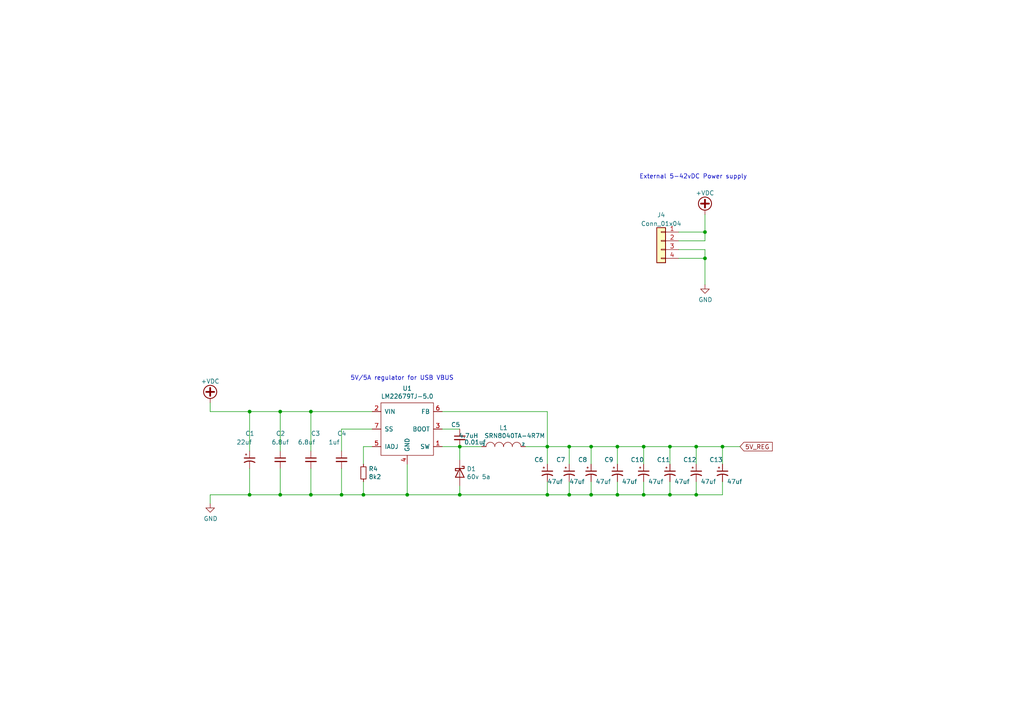
<source format=kicad_sch>
(kicad_sch (version 20211123) (generator eeschema)
  (paper "A4")
  (lib_symbols
    (symbol "Connector_Generic:Conn_01x04" (pin_names (offset 1.016) hide)
      (property "Reference" "J" (at 0 5.08 0))
      (property "Value" "Conn_01x04" (at 0 -7.62 0))
      (symbol "Conn_01x04_1_1"
        (rectangle (start -1.27 -4.953) (end 0 -5.207) (stroke (width 0.1524)))
        (rectangle (start -1.27 -2.413) (end 0 -2.667) (stroke (width 0.1524)))
        (rectangle (start -1.27 0.127) (end 0 -0.127) (stroke (width 0.1524)))
        (rectangle (start -1.27 2.667) (end 0 2.413) (stroke (width 0.1524)))
        (rectangle (start -1.27 3.81) (end 1.27 -6.35) (stroke (width 0.254)) (fill (type background)))
        (pin passive line (at -5.08 2.54 0) (length 3.81) (name "Pin_1") (number "1"))
        (pin passive line (at -5.08 0 0) (length 3.81) (name "Pin_2") (number "2"))
        (pin passive line (at -5.08 -2.54 0) (length 3.81) (name "Pin_3") (number "3"))
        (pin passive line (at -5.08 -5.08 0) (length 3.81) (name "Pin_4") (number "4"))
      )
    )
    (symbol "DE10nano-interface-rescue:LM22679-Regulator_Switching" (pin_names (offset 1.016))
      (property "Reference" "U" (at 0 13.97 0))
      (property "Value" "LM22679-Regulator_Switching" (at 0 11.43 0))
      (symbol "LM22679-Regulator_Switching_0_1"
        (rectangle (start -6.35 7.62) (end 8.89 -7.62))
      )
      (symbol "LM22679-Regulator_Switching_1_1"
        (pin power_out line (at 11.43 -5.08 180) (length 2.54) (name "SW") (number "1"))
        (pin power_in line (at -8.89 5.08 0) (length 2.54) (name "VIN") (number "2"))
        (pin output line (at 11.43 0 180) (length 2.54) (name "BOOT") (number "3"))
        (pin passive line (at 1.27 -10.16 90) (length 2.54) (name "GND") (number "4"))
        (pin input line (at -8.89 -5.08 0) (length 2.54) (name "IADJ") (number "5"))
        (pin input line (at 11.43 5.08 180) (length 2.54) (name "FB") (number "6"))
        (pin input line (at -8.89 0 0) (length 2.54) (name "SS") (number "7"))
      )
    )
    (symbol "Device:C_Small" (pin_numbers hide) (pin_names (offset 0.254) hide)
      (property "Reference" "C" (at 0.254 1.778 0))
      (property "Value" "C_Small" (at 0.254 -2.032 0))
      (symbol "C_Small_0_1"
        (polyline (pts (xy -1.524 -0.508) (xy 1.524 -0.508)) (stroke (width 0.3302)))
        (polyline (pts (xy -1.524 0.508) (xy 1.524 0.508)) (stroke (width 0.3048)))
      )
      (symbol "C_Small_1_1"
        (pin passive line (at 0 2.54 270) (length 2.032) (name "~") (number "1"))
        (pin passive line (at 0 -2.54 90) (length 2.032) (name "~") (number "2"))
      )
    )
    (symbol "Device:D_Schottky" (pin_numbers hide) (pin_names (offset 1.016) hide)
      (property "Reference" "D" (at 0 2.54 0))
      (property "Value" "D_Schottky" (at 0 -2.54 0))
      (symbol "D_Schottky_0_1"
        (polyline (pts (xy 1.27 0) (xy -1.27 0)))
        (polyline (pts (xy 1.27 1.27) (xy 1.27 -1.27) (xy -1.27 0) (xy 1.27 1.27)) (stroke (width 0.254)))
        (polyline (pts (xy -1.905 0.635) (xy -1.905 1.27) (xy -1.27 1.27) (xy -1.27 -1.27) (xy -0.635 -1.27) (xy -0.635 -0.635)) (stroke (width 0.254)))
      )
      (symbol "D_Schottky_1_1"
        (pin passive line (at -3.81 0 0) (length 2.54) (name "K") (number "1"))
        (pin passive line (at 3.81 0 180) (length 2.54) (name "A") (number "2"))
      )
    )
    (symbol "Device:R_Small" (pin_numbers hide) (pin_names (offset 0.254) hide)
      (property "Reference" "R" (at 0.762 0.508 0))
      (property "Value" "R_Small" (at 0.762 -1.016 0))
      (symbol "R_Small_0_1"
        (rectangle (start -0.762 1.778) (end 0.762 -1.778) (stroke (width 0.2032)))
      )
      (symbol "R_Small_1_1"
        (pin passive line (at 0 2.54 270) (length 0.762) (name "~") (number "1"))
        (pin passive line (at 0 -2.54 90) (length 0.762) (name "~") (number "2"))
      )
    )
    (symbol "h2_USB3card-rescue:CP1_Small-Device" (pin_numbers hide) (pin_names (offset 0.254) hide)
      (property "Reference" "C" (at 0.254 1.778 0))
      (property "Value" "CP1_Small-Device" (at 0.254 -2.032 0))
      (symbol "CP1_Small-Device_0_1"
        (polyline (pts (xy -1.524 0.508) (xy 1.524 0.508)) (stroke (width 0.3048)))
        (polyline (pts (xy -1.27 1.524) (xy -0.762 1.524)))
        (polyline (pts (xy -1.016 1.27) (xy -1.016 1.778)))
        (arc (start 1.524 -0.762) (mid 0 -0.3734) (end -1.524 -0.762) (stroke (width 0.3048)))
      )
      (symbol "CP1_Small-Device_1_1"
        (pin passive line (at 0 2.54 270) (length 2.032) (name "~") (number "1"))
        (pin passive line (at 0 -2.54 90) (length 2.032) (name "~") (number "2"))
      )
    )
    (symbol "power:+VDC" (power) (pin_names (offset 0))
      (property "Value" "+VDC" (at 0 6.35 0))
      (symbol "+VDC_0_1"
        (polyline (pts (xy -1.143 3.175) (xy 1.143 3.175)) (stroke (width 0.508)))
        (polyline (pts (xy 0 0) (xy 0 1.27)))
        (polyline (pts (xy 0 2.032) (xy 0 4.318)) (stroke (width 0.508)))
        (circle (center 0 3.175) (radius 1.905) (stroke (width 0.254)))
      )
      (symbol "+VDC_1_1"
        (pin power_in line (at 0 0 90) (length 0) hide (name "+VDC") (number "1"))
      )
    )
    (symbol "power:GND" (power) (pin_names (offset 0))
      (property "Value" "GND" (at 0 -3.81 0))
      (symbol "GND_0_1"
        (polyline (pts (xy 0 0) (xy 0 -1.27) (xy 1.27 -1.27) (xy 0 -2.54) (xy -1.27 -1.27) (xy 0 -1.27)))
      )
      (symbol "GND_1_1"
        (pin power_in line (at 0 0 270) (length 0) hide (name "GND") (number "1"))
      )
    )
    (symbol "pspice:INDUCTOR" (pin_numbers hide) (pin_names (offset 0))
      (property "Reference" "L" (at 0 2.54 0))
      (property "Value" "INDUCTOR" (at 0 -1.27 0))
      (symbol "INDUCTOR_0_1"
        (arc (start -2.54 0) (mid -3.81 1.27) (end -5.08 0))
        (arc (start 0 0) (mid -1.27 1.27) (end -2.54 0))
        (arc (start 2.54 0) (mid 1.27 1.27) (end 0 0))
        (arc (start 5.08 0) (mid 3.81 1.27) (end 2.54 0))
      )
      (symbol "INDUCTOR_1_1"
        (pin input line (at -6.35 0 0) (length 1.27) (name "1") (number "1"))
        (pin input line (at 6.35 0 180) (length 1.27) (name "2") (number "2"))
      )
    )
  )
  (junction (at 105.41 143.51))
  (junction (at 90.17 143.51))
  (junction (at 209.55 129.54))
  (junction (at 81.28 143.51))
  (junction (at 186.69 143.51))
  (junction (at 204.47 74.93))
  (junction (at 133.35 129.54))
  (junction (at 81.28 119.38))
  (junction (at 118.11 143.51))
  (junction (at 72.39 119.38))
  (junction (at 171.45 143.51))
  (junction (at 158.75 143.51))
  (junction (at 158.75 129.54))
  (junction (at 201.93 143.51))
  (junction (at 194.31 129.54))
  (junction (at 179.07 143.51))
  (junction (at 133.35 143.51))
  (junction (at 165.1 143.51))
  (junction (at 201.93 129.54))
  (junction (at 90.17 119.38))
  (junction (at 204.47 67.31))
  (junction (at 99.06 143.51))
  (junction (at 194.31 143.51))
  (junction (at 186.69 129.54))
  (junction (at 179.07 129.54))
  (junction (at 171.45 129.54))
  (junction (at 165.1 129.54))
  (junction (at 72.39 143.51))
  (wire (pts (xy 90.17 130.81) (xy 90.17 119.38)))
  (wire (pts (xy 204.47 67.31) (xy 204.47 62.23)))
  (wire (pts (xy 90.17 135.89) (xy 90.17 143.51)))
  (wire (pts (xy 165.1 129.54) (xy 171.45 129.54)))
  (wire (pts (xy 186.69 143.51) (xy 194.31 143.51)))
  (wire (pts (xy 99.06 124.46) (xy 99.06 130.81)))
  (wire (pts (xy 165.1 139.7) (xy 165.1 143.51)))
  (wire (pts (xy 204.47 74.93) (xy 204.47 72.39)))
  (wire (pts (xy 194.31 143.51) (xy 201.93 143.51)))
  (wire (pts (xy 171.45 143.51) (xy 179.07 143.51)))
  (wire (pts (xy 60.96 146.05) (xy 60.96 143.51)))
  (wire (pts (xy 194.31 129.54) (xy 186.69 129.54)))
  (wire (pts (xy 196.85 69.85) (xy 204.47 69.85)))
  (wire (pts (xy 105.41 134.62) (xy 105.41 129.54)))
  (wire (pts (xy 158.75 139.7) (xy 158.75 143.51)))
  (wire (pts (xy 118.11 143.51) (xy 133.35 143.51)))
  (wire (pts (xy 204.47 82.55) (xy 204.47 74.93)))
  (wire (pts (xy 194.31 134.62) (xy 194.31 129.54)))
  (wire (pts (xy 128.27 124.46) (xy 133.35 124.46)))
  (wire (pts (xy 186.69 129.54) (xy 179.07 129.54)))
  (wire (pts (xy 133.35 140.97) (xy 133.35 143.51)))
  (wire (pts (xy 179.07 139.7) (xy 179.07 143.51)))
  (wire (pts (xy 81.28 143.51) (xy 90.17 143.51)))
  (wire (pts (xy 209.55 129.54) (xy 209.55 134.62)))
  (wire (pts (xy 201.93 143.51) (xy 209.55 143.51)))
  (wire (pts (xy 179.07 129.54) (xy 171.45 129.54)))
  (wire (pts (xy 60.96 143.51) (xy 72.39 143.51)))
  (wire (pts (xy 99.06 135.89) (xy 99.06 143.51)))
  (wire (pts (xy 118.11 143.51) (xy 118.11 134.62)))
  (wire (pts (xy 158.75 134.62) (xy 158.75 129.54)))
  (wire (pts (xy 158.75 119.38) (xy 158.75 129.54)))
  (wire (pts (xy 105.41 139.7) (xy 105.41 143.51)))
  (wire (pts (xy 72.39 143.51) (xy 81.28 143.51)))
  (wire (pts (xy 194.31 143.51) (xy 194.31 139.7)))
  (wire (pts (xy 81.28 135.89) (xy 81.28 143.51)))
  (wire (pts (xy 72.39 119.38) (xy 81.28 119.38)))
  (wire (pts (xy 209.55 143.51) (xy 209.55 139.7)))
  (wire (pts (xy 90.17 143.51) (xy 99.06 143.51)))
  (wire (pts (xy 196.85 74.93) (xy 204.47 74.93)))
  (wire (pts (xy 179.07 143.51) (xy 186.69 143.51)))
  (wire (pts (xy 179.07 134.62) (xy 179.07 129.54)))
  (wire (pts (xy 171.45 143.51) (xy 171.45 139.7)))
  (wire (pts (xy 158.75 129.54) (xy 165.1 129.54)))
  (wire (pts (xy 72.39 130.81) (xy 72.39 119.38)))
  (wire (pts (xy 90.17 119.38) (xy 107.95 119.38)))
  (wire (pts (xy 99.06 143.51) (xy 105.41 143.51)))
  (wire (pts (xy 201.93 129.54) (xy 201.93 134.62)))
  (wire (pts (xy 165.1 134.62) (xy 165.1 129.54)))
  (wire (pts (xy 201.93 129.54) (xy 194.31 129.54)))
  (wire (pts (xy 81.28 130.81) (xy 81.28 119.38)))
  (wire (pts (xy 196.85 67.31) (xy 204.47 67.31)))
  (wire (pts (xy 158.75 119.38) (xy 128.27 119.38)))
  (wire (pts (xy 165.1 143.51) (xy 171.45 143.51)))
  (wire (pts (xy 204.47 69.85) (xy 204.47 67.31)))
  (wire (pts (xy 214.63 129.54) (xy 209.55 129.54)))
  (wire (pts (xy 204.47 72.39) (xy 196.85 72.39)))
  (wire (pts (xy 152.4 129.54) (xy 158.75 129.54)))
  (wire (pts (xy 209.55 129.54) (xy 201.93 129.54)))
  (wire (pts (xy 171.45 134.62) (xy 171.45 129.54)))
  (wire (pts (xy 107.95 124.46) (xy 99.06 124.46)))
  (wire (pts (xy 133.35 133.35) (xy 133.35 129.54)))
  (wire (pts (xy 186.69 139.7) (xy 186.69 143.51)))
  (wire (pts (xy 81.28 119.38) (xy 90.17 119.38)))
  (wire (pts (xy 158.75 143.51) (xy 165.1 143.51)))
  (wire (pts (xy 133.35 129.54) (xy 139.7 129.54)))
  (wire (pts (xy 60.96 119.38) (xy 60.96 116.84)))
  (wire (pts (xy 72.39 135.89) (xy 72.39 143.51)))
  (wire (pts (xy 133.35 143.51) (xy 158.75 143.51)))
  (wire (pts (xy 105.41 143.51) (xy 118.11 143.51)))
  (wire (pts (xy 105.41 129.54) (xy 107.95 129.54)))
  (wire (pts (xy 60.96 119.38) (xy 72.39 119.38)))
  (wire (pts (xy 128.27 129.54) (xy 133.35 129.54)))
  (wire (pts (xy 201.93 143.51) (xy 201.93 139.7)))
  (wire (pts (xy 186.69 134.62) (xy 186.69 129.54)))
  (text "5V/5A regulator for USB VBUS" (at 101.6 110.49 0) (effects (font (size 1.27 1.27)) (justify left bottom)))
  (text "External 5-42vDC Power supply" (at 185.42 52.07 0) (effects (font (size 1.27 1.27)) (justify left bottom)))
  (global_label "5V_REG" (shape input) (at 214.63 129.54 0) (property "Intersheet References" "${INTERSHEET_REFS}" (effects hide)))
  (symbol (lib_id "DE10nano-interface-rescue:LM22679-Regulator_Switching") (at 116.84 124.46 0) (unit 1)
    (property "Reference" "U1" (at 118.11 112.649 0))
    (property "Value" "LM22679TJ-5.0" (at 118.11 114.9604 0))
    (property "Footprint" "Package_TO_SOT_SMD:TO-263-7_TabPin4" (effects hide))
    (property "Datasheet" "/nfs/NasDisk1/Parts/PCB Designs/datasheets/DE10 Nano interface/lm22679-q1.pdf" (effects hide))
  )
  (symbol (lib_id "Device:C_Small") (at 99.06 133.35 0) (unit 1)
    (property "Reference" "C4" (at 97.79 125.73 0) (effects (justify left)))
    (property "Value" "1uf" (at 95.25 128.27 0) (effects (justify left)))
    (property "Footprint" "Capacitor_SMD:C_0805_2012Metric" (effects hide))
  )
  (symbol (lib_id "Device:C_Small") (at 90.17 133.35 0) (unit 1)
    (property "Reference" "C3" (at 90.17 125.73 0) (effects (justify left)))
    (property "Value" "6.8uf" (at 86.36 128.27 0) (effects (justify left)))
    (property "Footprint" "Capacitor_SMD:C_0805_2012Metric" (effects hide))
  )
  (symbol (lib_id "Device:C_Small") (at 81.28 133.35 0) (unit 1)
    (property "Reference" "C2" (at 80.01 125.73 0) (effects (justify left)))
    (property "Value" "6.8uf" (at 78.74 128.27 0) (effects (justify left)))
    (property "Footprint" "Capacitor_SMD:C_0805_2012Metric" (effects hide))
  )
  (symbol (lib_id "h2_USB3card-rescue:CP1_Small-Device") (at 72.39 133.35 0) (unit 1)
    (property "Reference" "C1" (at 71.12 125.73 0) (effects (justify left)))
    (property "Value" "22uf" (at 68.58 128.27 0) (effects (justify left)))
    (property "Footprint" "Capacitor_Tantalum_SMD:CP_EIA-7343-15_Kemet-W" (effects hide))
  )
  (symbol (lib_id "Device:R_Small") (at 105.41 137.16 0) (unit 1)
    (property "Reference" "R4" (at 106.9086 135.9916 0) (effects (justify left)))
    (property "Value" "8k2" (at 106.9086 138.303 0) (effects (justify left)))
    (property "Footprint" "Capacitor_SMD:C_0805_2012Metric" (effects hide))
  )
  (symbol (lib_id "Device:C_Small") (at 133.35 127 0) (unit 1)
    (property "Reference" "C5" (at 130.81 123.19 0) (effects (justify left)))
    (property "Value" "0.01uf" (at 134.62 128.27 0) (effects (justify left)))
    (property "Footprint" "Capacitor_SMD:C_0805_2012Metric" (effects hide))
  )
  (symbol (lib_id "pspice:INDUCTOR") (at 146.05 129.54 0) (unit 1)
    (property "Reference" "L1" (at 146.05 124.079 0))
    (property "Value" "4.7uH  SRN8040TA-4R7M " (at 146.05 126.3904 0))
    (property "Footprint" "Inductor_SMD:L_Bourns-SRU8043" (effects hide))
  )
  (symbol (lib_id "Device:D_Schottky") (at 133.35 137.16 270) (unit 1)
    (property "Reference" "D1" (at 135.3566 135.9916 90) (effects (justify left)))
    (property "Value" "60v 5a" (at 135.3566 138.303 90) (effects (justify left)))
    (property "Footprint" "Diode_SMD:D_SMC" (effects hide))
  )
  (symbol (lib_id "h2_USB3card-rescue:CP1_Small-Device") (at 158.75 137.16 0) (unit 1)
    (property "Reference" "C6" (at 154.94 133.35 0) (effects (justify left)))
    (property "Value" "47uf" (at 158.75 139.7 0) (effects (justify left)))
    (property "Footprint" "Capacitor_Tantalum_SMD:CP_EIA-3528-12_Kemet-T" (effects hide))
  )
  (symbol (lib_id "power:GND") (at 60.96 146.05 0) (unit 1)
    (property "Reference" "#PWR010" (effects hide))
    (property "Value" "GND" (at 61.087 150.4442 0))
  )
  (symbol (lib_id "h2_USB3card-rescue:CP1_Small-Device") (at 165.1 137.16 0) (unit 1)
    (property "Reference" "C7" (at 161.29 133.35 0) (effects (justify left)))
    (property "Value" "47uf" (at 165.1 139.7 0) (effects (justify left)))
    (property "Footprint" "Capacitor_Tantalum_SMD:CP_EIA-3528-12_Kemet-T" (effects hide))
  )
  (symbol (lib_id "h2_USB3card-rescue:CP1_Small-Device") (at 171.45 137.16 0) (unit 1)
    (property "Reference" "C8" (at 167.64 133.35 0) (effects (justify left)))
    (property "Value" "47uf" (at 172.72 139.7 0) (effects (justify left)))
    (property "Footprint" "Capacitor_Tantalum_SMD:CP_EIA-3528-12_Kemet-T" (effects hide))
  )
  (symbol (lib_id "h2_USB3card-rescue:CP1_Small-Device") (at 179.07 137.16 0) (unit 1)
    (property "Reference" "C9" (at 175.26 133.35 0) (effects (justify left)))
    (property "Value" "47uf" (at 180.34 139.7 0) (effects (justify left)))
    (property "Footprint" "Capacitor_Tantalum_SMD:CP_EIA-3528-12_Kemet-T" (effects hide))
  )
  (symbol (lib_id "h2_USB3card-rescue:CP1_Small-Device") (at 186.69 137.16 0) (unit 1)
    (property "Reference" "C10" (at 182.88 133.35 0) (effects (justify left)))
    (property "Value" "47uf" (at 187.96 139.7 0) (effects (justify left)))
    (property "Footprint" "Capacitor_Tantalum_SMD:CP_EIA-3528-12_Kemet-T" (effects hide))
  )
  (symbol (lib_id "h2_USB3card-rescue:CP1_Small-Device") (at 194.31 137.16 0) (unit 1)
    (property "Reference" "C11" (at 190.5 133.35 0) (effects (justify left)))
    (property "Value" "47uf" (at 195.58 139.7 0) (effects (justify left)))
    (property "Footprint" "Capacitor_Tantalum_SMD:CP_EIA-3528-12_Kemet-T" (effects hide))
  )
  (symbol (lib_id "h2_USB3card-rescue:CP1_Small-Device") (at 201.93 137.16 0) (unit 1)
    (property "Reference" "C12" (at 198.12 133.35 0) (effects (justify left)))
    (property "Value" "47uf" (at 203.2 139.7 0) (effects (justify left)))
    (property "Footprint" "Capacitor_Tantalum_SMD:CP_EIA-3528-12_Kemet-T" (effects hide))
  )
  (symbol (lib_id "power:+VDC") (at 204.47 62.23 0) (unit 1)
    (property "Reference" "#PWR011" (effects hide))
    (property "Value" "+VDC" (at 204.47 55.9872 0))
  )
  (symbol (lib_id "Connector_Generic:Conn_01x04") (at 191.77 69.85 0) (mirror y) (unit 1)
    (property "Reference" "J4" (at 191.77 62.3402 0))
    (property "Value" "Conn_01x04" (at 191.77 64.8771 0))
    (property "Footprint" "Connector_Phoenix_MC:PhoenixContact_MC_1,5_4-G-3.81_1x04_P3.81mm_Horizontal" (effects hide))
  )
  (symbol (lib_id "h2_USB3card-rescue:CP1_Small-Device") (at 209.55 137.16 0) (unit 1)
    (property "Reference" "C13" (at 205.74 133.35 0) (effects (justify left)))
    (property "Value" "47uf" (at 210.82 139.7 0) (effects (justify left)))
    (property "Footprint" "Capacitor_Tantalum_SMD:CP_EIA-3528-12_Kemet-T" (effects hide))
  )
  (symbol (lib_id "power:+VDC") (at 60.96 116.84 0) (unit 1)
    (property "Reference" "#PWR09" (effects hide))
    (property "Value" "+VDC" (at 60.96 110.5972 0))
  )
  (symbol (lib_id "power:GND") (at 204.47 82.55 0) (unit 1)
    (property "Reference" "#PWR012" (effects hide))
    (property "Value" "GND" (at 204.597 86.9442 0))
  )
)
</source>
